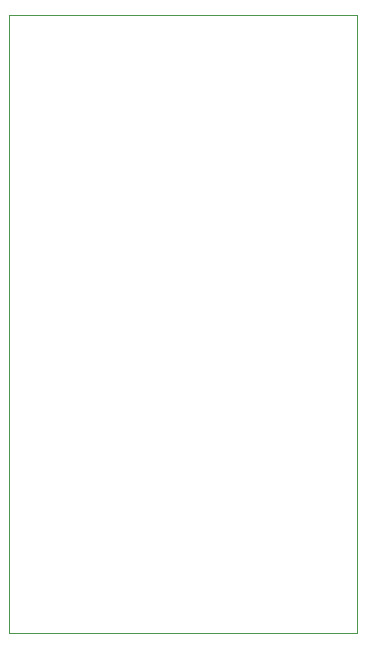
<source format=gbr>
%TF.GenerationSoftware,KiCad,Pcbnew,8.0.1*%
%TF.CreationDate,2024-05-12T15:38:33-03:00*%
%TF.ProjectId,PIC16F687-690_dev_board,50494331-3646-4363-9837-2d3639305f64,rev?*%
%TF.SameCoordinates,Original*%
%TF.FileFunction,Profile,NP*%
%FSLAX46Y46*%
G04 Gerber Fmt 4.6, Leading zero omitted, Abs format (unit mm)*
G04 Created by KiCad (PCBNEW 8.0.1) date 2024-05-12 15:38:33*
%MOMM*%
%LPD*%
G01*
G04 APERTURE LIST*
%TA.AperFunction,Profile*%
%ADD10C,0.050000*%
%TD*%
G04 APERTURE END LIST*
D10*
X120396000Y-59436000D02*
X149860000Y-59436000D01*
X149860000Y-111760000D01*
X120396000Y-111760000D01*
X120396000Y-59436000D01*
M02*

</source>
